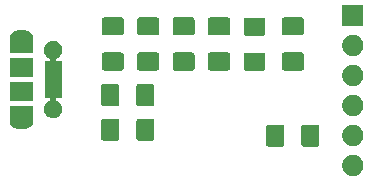
<source format=gbr>
G04 #@! TF.GenerationSoftware,KiCad,Pcbnew,(5.1.5)-3*
G04 #@! TF.CreationDate,2021-08-24T07:45:27-07:00*
G04 #@! TF.ProjectId,USB breakout,55534220-6272-4656-916b-6f75742e6b69,rev?*
G04 #@! TF.SameCoordinates,Original*
G04 #@! TF.FileFunction,Soldermask,Top*
G04 #@! TF.FilePolarity,Negative*
%FSLAX46Y46*%
G04 Gerber Fmt 4.6, Leading zero omitted, Abs format (unit mm)*
G04 Created by KiCad (PCBNEW (5.1.5)-3) date 2021-08-24 07:45:27*
%MOMM*%
%LPD*%
G04 APERTURE LIST*
%ADD10C,0.100000*%
G04 APERTURE END LIST*
D10*
G36*
X129688513Y-97378928D02*
G01*
X129837813Y-97408625D01*
X130001785Y-97476545D01*
X130149355Y-97575148D01*
X130274854Y-97700647D01*
X130373457Y-97848217D01*
X130441377Y-98012189D01*
X130476001Y-98186260D01*
X130476001Y-98363742D01*
X130441377Y-98537813D01*
X130373457Y-98701785D01*
X130274854Y-98849355D01*
X130149355Y-98974854D01*
X130001785Y-99073457D01*
X129837813Y-99141377D01*
X129688513Y-99171074D01*
X129663743Y-99176001D01*
X129486259Y-99176001D01*
X129461489Y-99171074D01*
X129312189Y-99141377D01*
X129148217Y-99073457D01*
X129000647Y-98974854D01*
X128875148Y-98849355D01*
X128776545Y-98701785D01*
X128708625Y-98537813D01*
X128674001Y-98363742D01*
X128674001Y-98186260D01*
X128708625Y-98012189D01*
X128776545Y-97848217D01*
X128875148Y-97700647D01*
X129000647Y-97575148D01*
X129148217Y-97476545D01*
X129312189Y-97408625D01*
X129461489Y-97378928D01*
X129486259Y-97374001D01*
X129663743Y-97374001D01*
X129688513Y-97378928D01*
G37*
G36*
X126600562Y-94828181D02*
G01*
X126635481Y-94838774D01*
X126667663Y-94855976D01*
X126695873Y-94879127D01*
X126719024Y-94907337D01*
X126736226Y-94939519D01*
X126746819Y-94974438D01*
X126751000Y-95016895D01*
X126751000Y-96483105D01*
X126746819Y-96525562D01*
X126736226Y-96560481D01*
X126719024Y-96592663D01*
X126695873Y-96620873D01*
X126667663Y-96644024D01*
X126635481Y-96661226D01*
X126600562Y-96671819D01*
X126558105Y-96676000D01*
X125416895Y-96676000D01*
X125374438Y-96671819D01*
X125339519Y-96661226D01*
X125307337Y-96644024D01*
X125279127Y-96620873D01*
X125255976Y-96592663D01*
X125238774Y-96560481D01*
X125228181Y-96525562D01*
X125224000Y-96483105D01*
X125224000Y-95016895D01*
X125228181Y-94974438D01*
X125238774Y-94939519D01*
X125255976Y-94907337D01*
X125279127Y-94879127D01*
X125307337Y-94855976D01*
X125339519Y-94838774D01*
X125374438Y-94828181D01*
X125416895Y-94824000D01*
X126558105Y-94824000D01*
X126600562Y-94828181D01*
G37*
G36*
X123625562Y-94828181D02*
G01*
X123660481Y-94838774D01*
X123692663Y-94855976D01*
X123720873Y-94879127D01*
X123744024Y-94907337D01*
X123761226Y-94939519D01*
X123771819Y-94974438D01*
X123776000Y-95016895D01*
X123776000Y-96483105D01*
X123771819Y-96525562D01*
X123761226Y-96560481D01*
X123744024Y-96592663D01*
X123720873Y-96620873D01*
X123692663Y-96644024D01*
X123660481Y-96661226D01*
X123625562Y-96671819D01*
X123583105Y-96676000D01*
X122441895Y-96676000D01*
X122399438Y-96671819D01*
X122364519Y-96661226D01*
X122332337Y-96644024D01*
X122304127Y-96620873D01*
X122280976Y-96592663D01*
X122263774Y-96560481D01*
X122253181Y-96525562D01*
X122249000Y-96483105D01*
X122249000Y-95016895D01*
X122253181Y-94974438D01*
X122263774Y-94939519D01*
X122280976Y-94907337D01*
X122304127Y-94879127D01*
X122332337Y-94855976D01*
X122364519Y-94838774D01*
X122399438Y-94828181D01*
X122441895Y-94824000D01*
X123583105Y-94824000D01*
X123625562Y-94828181D01*
G37*
G36*
X129687738Y-94838774D02*
G01*
X129837813Y-94868625D01*
X130001785Y-94936545D01*
X130149355Y-95035148D01*
X130274854Y-95160647D01*
X130373457Y-95308217D01*
X130441377Y-95472189D01*
X130476001Y-95646260D01*
X130476001Y-95823742D01*
X130441377Y-95997813D01*
X130373457Y-96161785D01*
X130274854Y-96309355D01*
X130149355Y-96434854D01*
X130001785Y-96533457D01*
X129837813Y-96601377D01*
X129689628Y-96630852D01*
X129663743Y-96636001D01*
X129486259Y-96636001D01*
X129460374Y-96630852D01*
X129312189Y-96601377D01*
X129148217Y-96533457D01*
X129000647Y-96434854D01*
X128875148Y-96309355D01*
X128776545Y-96161785D01*
X128708625Y-95997813D01*
X128674001Y-95823742D01*
X128674001Y-95646260D01*
X128708625Y-95472189D01*
X128776545Y-95308217D01*
X128875148Y-95160647D01*
X129000647Y-95035148D01*
X129148217Y-94936545D01*
X129312189Y-94868625D01*
X129462264Y-94838774D01*
X129486259Y-94834001D01*
X129663743Y-94834001D01*
X129687738Y-94838774D01*
G37*
G36*
X112625561Y-94328181D02*
G01*
X112660480Y-94338774D01*
X112692662Y-94355976D01*
X112720872Y-94379127D01*
X112744023Y-94407337D01*
X112761225Y-94439519D01*
X112771818Y-94474438D01*
X112775999Y-94516895D01*
X112775999Y-95983105D01*
X112771818Y-96025562D01*
X112761225Y-96060481D01*
X112744023Y-96092663D01*
X112720872Y-96120873D01*
X112692662Y-96144024D01*
X112660480Y-96161226D01*
X112625561Y-96171819D01*
X112583104Y-96176000D01*
X111441894Y-96176000D01*
X111399437Y-96171819D01*
X111364518Y-96161226D01*
X111332336Y-96144024D01*
X111304126Y-96120873D01*
X111280975Y-96092663D01*
X111263773Y-96060481D01*
X111253180Y-96025562D01*
X111248999Y-95983105D01*
X111248999Y-94516895D01*
X111253180Y-94474438D01*
X111263773Y-94439519D01*
X111280975Y-94407337D01*
X111304126Y-94379127D01*
X111332336Y-94355976D01*
X111364518Y-94338774D01*
X111399437Y-94328181D01*
X111441894Y-94324000D01*
X112583104Y-94324000D01*
X112625561Y-94328181D01*
G37*
G36*
X109650561Y-94328181D02*
G01*
X109685480Y-94338774D01*
X109717662Y-94355976D01*
X109745872Y-94379127D01*
X109769023Y-94407337D01*
X109786225Y-94439519D01*
X109796818Y-94474438D01*
X109800999Y-94516895D01*
X109800999Y-95983105D01*
X109796818Y-96025562D01*
X109786225Y-96060481D01*
X109769023Y-96092663D01*
X109745872Y-96120873D01*
X109717662Y-96144024D01*
X109685480Y-96161226D01*
X109650561Y-96171819D01*
X109608104Y-96176000D01*
X108466894Y-96176000D01*
X108424437Y-96171819D01*
X108389518Y-96161226D01*
X108357336Y-96144024D01*
X108329126Y-96120873D01*
X108305975Y-96092663D01*
X108288773Y-96060481D01*
X108278180Y-96025562D01*
X108273999Y-95983105D01*
X108273999Y-94516895D01*
X108278180Y-94474438D01*
X108288773Y-94439519D01*
X108305975Y-94407337D01*
X108329126Y-94379127D01*
X108357336Y-94355976D01*
X108389518Y-94338774D01*
X108424437Y-94328181D01*
X108466894Y-94324000D01*
X109608104Y-94324000D01*
X109650561Y-94328181D01*
G37*
G36*
X102513500Y-94461886D02*
G01*
X102514102Y-94474138D01*
X102516649Y-94500000D01*
X102514102Y-94525862D01*
X102513500Y-94538114D01*
X102513500Y-94611406D01*
X102504543Y-94628164D01*
X102500415Y-94639701D01*
X102474632Y-94724693D01*
X102466854Y-94750336D01*
X102406406Y-94863425D01*
X102325054Y-94962554D01*
X102225925Y-95043906D01*
X102112836Y-95104354D01*
X102080904Y-95114040D01*
X101990118Y-95141580D01*
X101926355Y-95147860D01*
X101894474Y-95151000D01*
X101130526Y-95151000D01*
X101098645Y-95147860D01*
X101034882Y-95141580D01*
X100944096Y-95114040D01*
X100912164Y-95104354D01*
X100799075Y-95043906D01*
X100699946Y-94962554D01*
X100618594Y-94863425D01*
X100558146Y-94750336D01*
X100550368Y-94724693D01*
X100524587Y-94639708D01*
X100515213Y-94617075D01*
X100511500Y-94611518D01*
X100511500Y-94538114D01*
X100510898Y-94525862D01*
X100508351Y-94500000D01*
X100510898Y-94474138D01*
X100511500Y-94461886D01*
X100511500Y-93249000D01*
X102513500Y-93249000D01*
X102513500Y-94461886D01*
G37*
G36*
X104438848Y-87753820D02*
G01*
X104438850Y-87753821D01*
X104438851Y-87753821D01*
X104580074Y-87812317D01*
X104580077Y-87812319D01*
X104707169Y-87897239D01*
X104815261Y-88005331D01*
X104900181Y-88132423D01*
X104900183Y-88132426D01*
X104929723Y-88203743D01*
X104958680Y-88273652D01*
X104988500Y-88423569D01*
X104988500Y-88576431D01*
X104958695Y-88726274D01*
X104958679Y-88726351D01*
X104900183Y-88867574D01*
X104900181Y-88867577D01*
X104815261Y-88994669D01*
X104707169Y-89102761D01*
X104622440Y-89159375D01*
X104580074Y-89187683D01*
X104529772Y-89208519D01*
X104508164Y-89220068D01*
X104489222Y-89235614D01*
X104473677Y-89254556D01*
X104462126Y-89276166D01*
X104455013Y-89299615D01*
X104452611Y-89324001D01*
X104455013Y-89348387D01*
X104462126Y-89371836D01*
X104473677Y-89393447D01*
X104489223Y-89412389D01*
X104508165Y-89427934D01*
X104529775Y-89439485D01*
X104553224Y-89446598D01*
X104577610Y-89449000D01*
X104938500Y-89449000D01*
X104938500Y-92551000D01*
X104577610Y-92551000D01*
X104553224Y-92553402D01*
X104529775Y-92560515D01*
X104508164Y-92572066D01*
X104489222Y-92587611D01*
X104473677Y-92606553D01*
X104462126Y-92628164D01*
X104455013Y-92651613D01*
X104452611Y-92675999D01*
X104455013Y-92700385D01*
X104462126Y-92723834D01*
X104473677Y-92745445D01*
X104489222Y-92764387D01*
X104508164Y-92779932D01*
X104529772Y-92791481D01*
X104580074Y-92812317D01*
X104580075Y-92812318D01*
X104707169Y-92897239D01*
X104815261Y-93005331D01*
X104872210Y-93090561D01*
X104900183Y-93132426D01*
X104943423Y-93236818D01*
X104958680Y-93273652D01*
X104988500Y-93423569D01*
X104988500Y-93576431D01*
X104979479Y-93621785D01*
X104958679Y-93726351D01*
X104900183Y-93867574D01*
X104900181Y-93867577D01*
X104815261Y-93994669D01*
X104707169Y-94102761D01*
X104656564Y-94136574D01*
X104580074Y-94187683D01*
X104438851Y-94246179D01*
X104438850Y-94246179D01*
X104438848Y-94246180D01*
X104288931Y-94276000D01*
X104136069Y-94276000D01*
X103986152Y-94246180D01*
X103986150Y-94246179D01*
X103986149Y-94246179D01*
X103844926Y-94187683D01*
X103768436Y-94136574D01*
X103717831Y-94102761D01*
X103609739Y-93994669D01*
X103524819Y-93867577D01*
X103524817Y-93867574D01*
X103466321Y-93726351D01*
X103445522Y-93621785D01*
X103436500Y-93576431D01*
X103436500Y-93423569D01*
X103466320Y-93273652D01*
X103481577Y-93236818D01*
X103524817Y-93132426D01*
X103552790Y-93090561D01*
X103609739Y-93005331D01*
X103717831Y-92897239D01*
X103844925Y-92812318D01*
X103844926Y-92812317D01*
X103895228Y-92791481D01*
X103916836Y-92779932D01*
X103935778Y-92764386D01*
X103951323Y-92745444D01*
X103962874Y-92723834D01*
X103969987Y-92700385D01*
X103972389Y-92675999D01*
X103969987Y-92651613D01*
X103962874Y-92628164D01*
X103951323Y-92606553D01*
X103935777Y-92587611D01*
X103916835Y-92572066D01*
X103895225Y-92560515D01*
X103871776Y-92553402D01*
X103847390Y-92551000D01*
X103486500Y-92551000D01*
X103486500Y-89449000D01*
X103847390Y-89449000D01*
X103871776Y-89446598D01*
X103895225Y-89439485D01*
X103916836Y-89427934D01*
X103935778Y-89412389D01*
X103951323Y-89393447D01*
X103962874Y-89371836D01*
X103969987Y-89348387D01*
X103972389Y-89324001D01*
X103969987Y-89299615D01*
X103962874Y-89276166D01*
X103951323Y-89254555D01*
X103935778Y-89235613D01*
X103916836Y-89220068D01*
X103895228Y-89208519D01*
X103844926Y-89187683D01*
X103802560Y-89159375D01*
X103717831Y-89102761D01*
X103609739Y-88994669D01*
X103524819Y-88867577D01*
X103524817Y-88867574D01*
X103466321Y-88726351D01*
X103466306Y-88726274D01*
X103436500Y-88576431D01*
X103436500Y-88423569D01*
X103466320Y-88273652D01*
X103495277Y-88203743D01*
X103524817Y-88132426D01*
X103524819Y-88132423D01*
X103609739Y-88005331D01*
X103717831Y-87897239D01*
X103844923Y-87812319D01*
X103844926Y-87812317D01*
X103986149Y-87753821D01*
X103986150Y-87753821D01*
X103986152Y-87753820D01*
X104136069Y-87724000D01*
X104288931Y-87724000D01*
X104438848Y-87753820D01*
G37*
G36*
X129688513Y-92298928D02*
G01*
X129837813Y-92328625D01*
X130001785Y-92396545D01*
X130149355Y-92495148D01*
X130274854Y-92620647D01*
X130373457Y-92768217D01*
X130441377Y-92932189D01*
X130476001Y-93106260D01*
X130476001Y-93283742D01*
X130441377Y-93457813D01*
X130373457Y-93621785D01*
X130274854Y-93769355D01*
X130149355Y-93894854D01*
X130001785Y-93993457D01*
X129837813Y-94061377D01*
X129688513Y-94091074D01*
X129663743Y-94096001D01*
X129486259Y-94096001D01*
X129461489Y-94091074D01*
X129312189Y-94061377D01*
X129148217Y-93993457D01*
X129000647Y-93894854D01*
X128875148Y-93769355D01*
X128776545Y-93621785D01*
X128708625Y-93457813D01*
X128674001Y-93283742D01*
X128674001Y-93106260D01*
X128708625Y-92932189D01*
X128776545Y-92768217D01*
X128875148Y-92620647D01*
X129000647Y-92495148D01*
X129148217Y-92396545D01*
X129312189Y-92328625D01*
X129461489Y-92298928D01*
X129486259Y-92294001D01*
X129663743Y-92294001D01*
X129688513Y-92298928D01*
G37*
G36*
X109650561Y-91393180D02*
G01*
X109685480Y-91403773D01*
X109717662Y-91420975D01*
X109745872Y-91444126D01*
X109769023Y-91472336D01*
X109786225Y-91504518D01*
X109796818Y-91539437D01*
X109800999Y-91581894D01*
X109800999Y-93048104D01*
X109796818Y-93090561D01*
X109786225Y-93125480D01*
X109769023Y-93157662D01*
X109745872Y-93185872D01*
X109717662Y-93209023D01*
X109685480Y-93226225D01*
X109650561Y-93236818D01*
X109608104Y-93240999D01*
X108466894Y-93240999D01*
X108424437Y-93236818D01*
X108389518Y-93226225D01*
X108357336Y-93209023D01*
X108329126Y-93185872D01*
X108305975Y-93157662D01*
X108288773Y-93125480D01*
X108278180Y-93090561D01*
X108273999Y-93048104D01*
X108273999Y-91581894D01*
X108278180Y-91539437D01*
X108288773Y-91504518D01*
X108305975Y-91472336D01*
X108329126Y-91444126D01*
X108357336Y-91420975D01*
X108389518Y-91403773D01*
X108424437Y-91393180D01*
X108466894Y-91388999D01*
X109608104Y-91388999D01*
X109650561Y-91393180D01*
G37*
G36*
X112625561Y-91393180D02*
G01*
X112660480Y-91403773D01*
X112692662Y-91420975D01*
X112720872Y-91444126D01*
X112744023Y-91472336D01*
X112761225Y-91504518D01*
X112771818Y-91539437D01*
X112775999Y-91581894D01*
X112775999Y-93048104D01*
X112771818Y-93090561D01*
X112761225Y-93125480D01*
X112744023Y-93157662D01*
X112720872Y-93185872D01*
X112692662Y-93209023D01*
X112660480Y-93226225D01*
X112625561Y-93236818D01*
X112583104Y-93240999D01*
X111441894Y-93240999D01*
X111399437Y-93236818D01*
X111364518Y-93226225D01*
X111332336Y-93209023D01*
X111304126Y-93185872D01*
X111280975Y-93157662D01*
X111263773Y-93125480D01*
X111253180Y-93090561D01*
X111248999Y-93048104D01*
X111248999Y-91581894D01*
X111253180Y-91539437D01*
X111263773Y-91504518D01*
X111280975Y-91472336D01*
X111304126Y-91444126D01*
X111332336Y-91420975D01*
X111364518Y-91403773D01*
X111399437Y-91393180D01*
X111441894Y-91388999D01*
X112583104Y-91388999D01*
X112625561Y-91393180D01*
G37*
G36*
X102513500Y-92801000D02*
G01*
X100511500Y-92801000D01*
X100511500Y-91199000D01*
X102513500Y-91199000D01*
X102513500Y-92801000D01*
G37*
G36*
X129688513Y-89758928D02*
G01*
X129837813Y-89788625D01*
X130001785Y-89856545D01*
X130149355Y-89955148D01*
X130274854Y-90080647D01*
X130373457Y-90228217D01*
X130441377Y-90392189D01*
X130476001Y-90566260D01*
X130476001Y-90743742D01*
X130441377Y-90917813D01*
X130373457Y-91081785D01*
X130274854Y-91229355D01*
X130149355Y-91354854D01*
X130001785Y-91453457D01*
X129837813Y-91521377D01*
X129688513Y-91551074D01*
X129663743Y-91556001D01*
X129486259Y-91556001D01*
X129461489Y-91551074D01*
X129312189Y-91521377D01*
X129148217Y-91453457D01*
X129000647Y-91354854D01*
X128875148Y-91229355D01*
X128776545Y-91081785D01*
X128708625Y-90917813D01*
X128674001Y-90743742D01*
X128674001Y-90566260D01*
X128708625Y-90392189D01*
X128776545Y-90228217D01*
X128875148Y-90080647D01*
X129000647Y-89955148D01*
X129148217Y-89856545D01*
X129312189Y-89788625D01*
X129461489Y-89758928D01*
X129486259Y-89754001D01*
X129663743Y-89754001D01*
X129688513Y-89758928D01*
G37*
G36*
X102513500Y-90801000D02*
G01*
X100511500Y-90801000D01*
X100511500Y-89199000D01*
X102513500Y-89199000D01*
X102513500Y-90801000D01*
G37*
G36*
X122025562Y-88740681D02*
G01*
X122060481Y-88751274D01*
X122092663Y-88768476D01*
X122120873Y-88791627D01*
X122144024Y-88819837D01*
X122161226Y-88852019D01*
X122171819Y-88886938D01*
X122176000Y-88929395D01*
X122176000Y-90070605D01*
X122171819Y-90113062D01*
X122161226Y-90147981D01*
X122144024Y-90180163D01*
X122120873Y-90208373D01*
X122092663Y-90231524D01*
X122060481Y-90248726D01*
X122025562Y-90259319D01*
X121983105Y-90263500D01*
X120516895Y-90263500D01*
X120474438Y-90259319D01*
X120439519Y-90248726D01*
X120407337Y-90231524D01*
X120379127Y-90208373D01*
X120355976Y-90180163D01*
X120338774Y-90147981D01*
X120328181Y-90113062D01*
X120324000Y-90070605D01*
X120324000Y-88929395D01*
X120328181Y-88886938D01*
X120338774Y-88852019D01*
X120355976Y-88819837D01*
X120379127Y-88791627D01*
X120407337Y-88768476D01*
X120439519Y-88751274D01*
X120474438Y-88740681D01*
X120516895Y-88736500D01*
X121983105Y-88736500D01*
X122025562Y-88740681D01*
G37*
G36*
X116025562Y-88715681D02*
G01*
X116060481Y-88726274D01*
X116092663Y-88743476D01*
X116120873Y-88766627D01*
X116144024Y-88794837D01*
X116161226Y-88827019D01*
X116171819Y-88861938D01*
X116176000Y-88904395D01*
X116176000Y-90045605D01*
X116171819Y-90088062D01*
X116161226Y-90122981D01*
X116144024Y-90155163D01*
X116120873Y-90183373D01*
X116092663Y-90206524D01*
X116060481Y-90223726D01*
X116025562Y-90234319D01*
X115983105Y-90238500D01*
X114516895Y-90238500D01*
X114474438Y-90234319D01*
X114439519Y-90223726D01*
X114407337Y-90206524D01*
X114379127Y-90183373D01*
X114355976Y-90155163D01*
X114338774Y-90122981D01*
X114328181Y-90088062D01*
X114324000Y-90045605D01*
X114324000Y-88904395D01*
X114328181Y-88861938D01*
X114338774Y-88827019D01*
X114355976Y-88794837D01*
X114379127Y-88766627D01*
X114407337Y-88743476D01*
X114439519Y-88726274D01*
X114474438Y-88715681D01*
X114516895Y-88711500D01*
X115983105Y-88711500D01*
X116025562Y-88715681D01*
G37*
G36*
X119025562Y-88715681D02*
G01*
X119060481Y-88726274D01*
X119092663Y-88743476D01*
X119120873Y-88766627D01*
X119144024Y-88794837D01*
X119161226Y-88827019D01*
X119171819Y-88861938D01*
X119176000Y-88904395D01*
X119176000Y-90045605D01*
X119171819Y-90088062D01*
X119161226Y-90122981D01*
X119144024Y-90155163D01*
X119120873Y-90183373D01*
X119092663Y-90206524D01*
X119060481Y-90223726D01*
X119025562Y-90234319D01*
X118983105Y-90238500D01*
X117516895Y-90238500D01*
X117474438Y-90234319D01*
X117439519Y-90223726D01*
X117407337Y-90206524D01*
X117379127Y-90183373D01*
X117355976Y-90155163D01*
X117338774Y-90122981D01*
X117328181Y-90088062D01*
X117324000Y-90045605D01*
X117324000Y-88904395D01*
X117328181Y-88861938D01*
X117338774Y-88827019D01*
X117355976Y-88794837D01*
X117379127Y-88766627D01*
X117407337Y-88743476D01*
X117439519Y-88726274D01*
X117474438Y-88715681D01*
X117516895Y-88711500D01*
X118983105Y-88711500D01*
X119025562Y-88715681D01*
G37*
G36*
X125275562Y-88715681D02*
G01*
X125310481Y-88726274D01*
X125342663Y-88743476D01*
X125370873Y-88766627D01*
X125394024Y-88794837D01*
X125411226Y-88827019D01*
X125421819Y-88861938D01*
X125426000Y-88904395D01*
X125426000Y-90045605D01*
X125421819Y-90088062D01*
X125411226Y-90122981D01*
X125394024Y-90155163D01*
X125370873Y-90183373D01*
X125342663Y-90206524D01*
X125310481Y-90223726D01*
X125275562Y-90234319D01*
X125233105Y-90238500D01*
X123766895Y-90238500D01*
X123724438Y-90234319D01*
X123689519Y-90223726D01*
X123657337Y-90206524D01*
X123629127Y-90183373D01*
X123605976Y-90155163D01*
X123588774Y-90122981D01*
X123578181Y-90088062D01*
X123574000Y-90045605D01*
X123574000Y-88904395D01*
X123578181Y-88861938D01*
X123588774Y-88827019D01*
X123605976Y-88794837D01*
X123629127Y-88766627D01*
X123657337Y-88743476D01*
X123689519Y-88726274D01*
X123724438Y-88715681D01*
X123766895Y-88711500D01*
X125233105Y-88711500D01*
X125275562Y-88715681D01*
G37*
G36*
X110025562Y-88715681D02*
G01*
X110060481Y-88726274D01*
X110092663Y-88743476D01*
X110120873Y-88766627D01*
X110144024Y-88794837D01*
X110161226Y-88827019D01*
X110171819Y-88861938D01*
X110176000Y-88904395D01*
X110176000Y-90045605D01*
X110171819Y-90088062D01*
X110161226Y-90122981D01*
X110144024Y-90155163D01*
X110120873Y-90183373D01*
X110092663Y-90206524D01*
X110060481Y-90223726D01*
X110025562Y-90234319D01*
X109983105Y-90238500D01*
X108516895Y-90238500D01*
X108474438Y-90234319D01*
X108439519Y-90223726D01*
X108407337Y-90206524D01*
X108379127Y-90183373D01*
X108355976Y-90155163D01*
X108338774Y-90122981D01*
X108328181Y-90088062D01*
X108324000Y-90045605D01*
X108324000Y-88904395D01*
X108328181Y-88861938D01*
X108338774Y-88827019D01*
X108355976Y-88794837D01*
X108379127Y-88766627D01*
X108407337Y-88743476D01*
X108439519Y-88726274D01*
X108474438Y-88715681D01*
X108516895Y-88711500D01*
X109983105Y-88711500D01*
X110025562Y-88715681D01*
G37*
G36*
X113025562Y-88715681D02*
G01*
X113060481Y-88726274D01*
X113092663Y-88743476D01*
X113120873Y-88766627D01*
X113144024Y-88794837D01*
X113161226Y-88827019D01*
X113171819Y-88861938D01*
X113176000Y-88904395D01*
X113176000Y-90045605D01*
X113171819Y-90088062D01*
X113161226Y-90122981D01*
X113144024Y-90155163D01*
X113120873Y-90183373D01*
X113092663Y-90206524D01*
X113060481Y-90223726D01*
X113025562Y-90234319D01*
X112983105Y-90238500D01*
X111516895Y-90238500D01*
X111474438Y-90234319D01*
X111439519Y-90223726D01*
X111407337Y-90206524D01*
X111379127Y-90183373D01*
X111355976Y-90155163D01*
X111338774Y-90122981D01*
X111328181Y-90088062D01*
X111324000Y-90045605D01*
X111324000Y-88904395D01*
X111328181Y-88861938D01*
X111338774Y-88827019D01*
X111355976Y-88794837D01*
X111379127Y-88766627D01*
X111407337Y-88743476D01*
X111439519Y-88726274D01*
X111474438Y-88715681D01*
X111516895Y-88711500D01*
X112983105Y-88711500D01*
X113025562Y-88715681D01*
G37*
G36*
X129685617Y-87218352D02*
G01*
X129837813Y-87248625D01*
X130001785Y-87316545D01*
X130149355Y-87415148D01*
X130274854Y-87540647D01*
X130373457Y-87688217D01*
X130441377Y-87852189D01*
X130476001Y-88026260D01*
X130476001Y-88203742D01*
X130441377Y-88377813D01*
X130373457Y-88541785D01*
X130274854Y-88689355D01*
X130149355Y-88814854D01*
X130001785Y-88913457D01*
X129837813Y-88981377D01*
X129688513Y-89011074D01*
X129663743Y-89016001D01*
X129486259Y-89016001D01*
X129461489Y-89011074D01*
X129312189Y-88981377D01*
X129148217Y-88913457D01*
X129000647Y-88814854D01*
X128875148Y-88689355D01*
X128776545Y-88541785D01*
X128708625Y-88377813D01*
X128674001Y-88203742D01*
X128674001Y-88026260D01*
X128708625Y-87852189D01*
X128776545Y-87688217D01*
X128875148Y-87540647D01*
X129000647Y-87415148D01*
X129148217Y-87316545D01*
X129312189Y-87248625D01*
X129464385Y-87218352D01*
X129486259Y-87214001D01*
X129663743Y-87214001D01*
X129685617Y-87218352D01*
G37*
G36*
X101926355Y-86852140D02*
G01*
X101990118Y-86858420D01*
X102080904Y-86885960D01*
X102112836Y-86895646D01*
X102225925Y-86956094D01*
X102325054Y-87037446D01*
X102406406Y-87136575D01*
X102466854Y-87249664D01*
X102466855Y-87249668D01*
X102500413Y-87360292D01*
X102509787Y-87382925D01*
X102513500Y-87388482D01*
X102513500Y-87461886D01*
X102514102Y-87474138D01*
X102516649Y-87500000D01*
X102514102Y-87525862D01*
X102513500Y-87538114D01*
X102513500Y-88751000D01*
X100511500Y-88751000D01*
X100511500Y-87538114D01*
X100510898Y-87525862D01*
X100508351Y-87500000D01*
X100510898Y-87474138D01*
X100511500Y-87461886D01*
X100511500Y-87388594D01*
X100520457Y-87371836D01*
X100524585Y-87360299D01*
X100558145Y-87249668D01*
X100558146Y-87249664D01*
X100618594Y-87136575D01*
X100699946Y-87037446D01*
X100799075Y-86956094D01*
X100912164Y-86895646D01*
X100944096Y-86885960D01*
X101034882Y-86858420D01*
X101098645Y-86852140D01*
X101130526Y-86849000D01*
X101894474Y-86849000D01*
X101926355Y-86852140D01*
G37*
G36*
X122025562Y-85765681D02*
G01*
X122060481Y-85776274D01*
X122092663Y-85793476D01*
X122120873Y-85816627D01*
X122144024Y-85844837D01*
X122161226Y-85877019D01*
X122171819Y-85911938D01*
X122176000Y-85954395D01*
X122176000Y-87095605D01*
X122171819Y-87138062D01*
X122161226Y-87172981D01*
X122144024Y-87205163D01*
X122120873Y-87233373D01*
X122092663Y-87256524D01*
X122060481Y-87273726D01*
X122025562Y-87284319D01*
X121983105Y-87288500D01*
X120516895Y-87288500D01*
X120474438Y-87284319D01*
X120439519Y-87273726D01*
X120407337Y-87256524D01*
X120379127Y-87233373D01*
X120355976Y-87205163D01*
X120338774Y-87172981D01*
X120328181Y-87138062D01*
X120324000Y-87095605D01*
X120324000Y-85954395D01*
X120328181Y-85911938D01*
X120338774Y-85877019D01*
X120355976Y-85844837D01*
X120379127Y-85816627D01*
X120407337Y-85793476D01*
X120439519Y-85776274D01*
X120474438Y-85765681D01*
X120516895Y-85761500D01*
X121983105Y-85761500D01*
X122025562Y-85765681D01*
G37*
G36*
X110025562Y-85740681D02*
G01*
X110060481Y-85751274D01*
X110092663Y-85768476D01*
X110120873Y-85791627D01*
X110144024Y-85819837D01*
X110161226Y-85852019D01*
X110171819Y-85886938D01*
X110176000Y-85929395D01*
X110176000Y-87070605D01*
X110171819Y-87113062D01*
X110161226Y-87147981D01*
X110144024Y-87180163D01*
X110120873Y-87208373D01*
X110092663Y-87231524D01*
X110060481Y-87248726D01*
X110025562Y-87259319D01*
X109983105Y-87263500D01*
X108516895Y-87263500D01*
X108474438Y-87259319D01*
X108439519Y-87248726D01*
X108407337Y-87231524D01*
X108379127Y-87208373D01*
X108355976Y-87180163D01*
X108338774Y-87147981D01*
X108328181Y-87113062D01*
X108324000Y-87070605D01*
X108324000Y-85929395D01*
X108328181Y-85886938D01*
X108338774Y-85852019D01*
X108355976Y-85819837D01*
X108379127Y-85791627D01*
X108407337Y-85768476D01*
X108439519Y-85751274D01*
X108474438Y-85740681D01*
X108516895Y-85736500D01*
X109983105Y-85736500D01*
X110025562Y-85740681D01*
G37*
G36*
X125275562Y-85740681D02*
G01*
X125310481Y-85751274D01*
X125342663Y-85768476D01*
X125370873Y-85791627D01*
X125394024Y-85819837D01*
X125411226Y-85852019D01*
X125421819Y-85886938D01*
X125426000Y-85929395D01*
X125426000Y-87070605D01*
X125421819Y-87113062D01*
X125411226Y-87147981D01*
X125394024Y-87180163D01*
X125370873Y-87208373D01*
X125342663Y-87231524D01*
X125310481Y-87248726D01*
X125275562Y-87259319D01*
X125233105Y-87263500D01*
X123766895Y-87263500D01*
X123724438Y-87259319D01*
X123689519Y-87248726D01*
X123657337Y-87231524D01*
X123629127Y-87208373D01*
X123605976Y-87180163D01*
X123588774Y-87147981D01*
X123578181Y-87113062D01*
X123574000Y-87070605D01*
X123574000Y-85929395D01*
X123578181Y-85886938D01*
X123588774Y-85852019D01*
X123605976Y-85819837D01*
X123629127Y-85791627D01*
X123657337Y-85768476D01*
X123689519Y-85751274D01*
X123724438Y-85740681D01*
X123766895Y-85736500D01*
X125233105Y-85736500D01*
X125275562Y-85740681D01*
G37*
G36*
X119025562Y-85740681D02*
G01*
X119060481Y-85751274D01*
X119092663Y-85768476D01*
X119120873Y-85791627D01*
X119144024Y-85819837D01*
X119161226Y-85852019D01*
X119171819Y-85886938D01*
X119176000Y-85929395D01*
X119176000Y-87070605D01*
X119171819Y-87113062D01*
X119161226Y-87147981D01*
X119144024Y-87180163D01*
X119120873Y-87208373D01*
X119092663Y-87231524D01*
X119060481Y-87248726D01*
X119025562Y-87259319D01*
X118983105Y-87263500D01*
X117516895Y-87263500D01*
X117474438Y-87259319D01*
X117439519Y-87248726D01*
X117407337Y-87231524D01*
X117379127Y-87208373D01*
X117355976Y-87180163D01*
X117338774Y-87147981D01*
X117328181Y-87113062D01*
X117324000Y-87070605D01*
X117324000Y-85929395D01*
X117328181Y-85886938D01*
X117338774Y-85852019D01*
X117355976Y-85819837D01*
X117379127Y-85791627D01*
X117407337Y-85768476D01*
X117439519Y-85751274D01*
X117474438Y-85740681D01*
X117516895Y-85736500D01*
X118983105Y-85736500D01*
X119025562Y-85740681D01*
G37*
G36*
X116025562Y-85740681D02*
G01*
X116060481Y-85751274D01*
X116092663Y-85768476D01*
X116120873Y-85791627D01*
X116144024Y-85819837D01*
X116161226Y-85852019D01*
X116171819Y-85886938D01*
X116176000Y-85929395D01*
X116176000Y-87070605D01*
X116171819Y-87113062D01*
X116161226Y-87147981D01*
X116144024Y-87180163D01*
X116120873Y-87208373D01*
X116092663Y-87231524D01*
X116060481Y-87248726D01*
X116025562Y-87259319D01*
X115983105Y-87263500D01*
X114516895Y-87263500D01*
X114474438Y-87259319D01*
X114439519Y-87248726D01*
X114407337Y-87231524D01*
X114379127Y-87208373D01*
X114355976Y-87180163D01*
X114338774Y-87147981D01*
X114328181Y-87113062D01*
X114324000Y-87070605D01*
X114324000Y-85929395D01*
X114328181Y-85886938D01*
X114338774Y-85852019D01*
X114355976Y-85819837D01*
X114379127Y-85791627D01*
X114407337Y-85768476D01*
X114439519Y-85751274D01*
X114474438Y-85740681D01*
X114516895Y-85736500D01*
X115983105Y-85736500D01*
X116025562Y-85740681D01*
G37*
G36*
X113025562Y-85740681D02*
G01*
X113060481Y-85751274D01*
X113092663Y-85768476D01*
X113120873Y-85791627D01*
X113144024Y-85819837D01*
X113161226Y-85852019D01*
X113171819Y-85886938D01*
X113176000Y-85929395D01*
X113176000Y-87070605D01*
X113171819Y-87113062D01*
X113161226Y-87147981D01*
X113144024Y-87180163D01*
X113120873Y-87208373D01*
X113092663Y-87231524D01*
X113060481Y-87248726D01*
X113025562Y-87259319D01*
X112983105Y-87263500D01*
X111516895Y-87263500D01*
X111474438Y-87259319D01*
X111439519Y-87248726D01*
X111407337Y-87231524D01*
X111379127Y-87208373D01*
X111355976Y-87180163D01*
X111338774Y-87147981D01*
X111328181Y-87113062D01*
X111324000Y-87070605D01*
X111324000Y-85929395D01*
X111328181Y-85886938D01*
X111338774Y-85852019D01*
X111355976Y-85819837D01*
X111379127Y-85791627D01*
X111407337Y-85768476D01*
X111439519Y-85751274D01*
X111474438Y-85740681D01*
X111516895Y-85736500D01*
X112983105Y-85736500D01*
X113025562Y-85740681D01*
G37*
G36*
X130476001Y-86476001D02*
G01*
X128674001Y-86476001D01*
X128674001Y-84674001D01*
X130476001Y-84674001D01*
X130476001Y-86476001D01*
G37*
M02*

</source>
